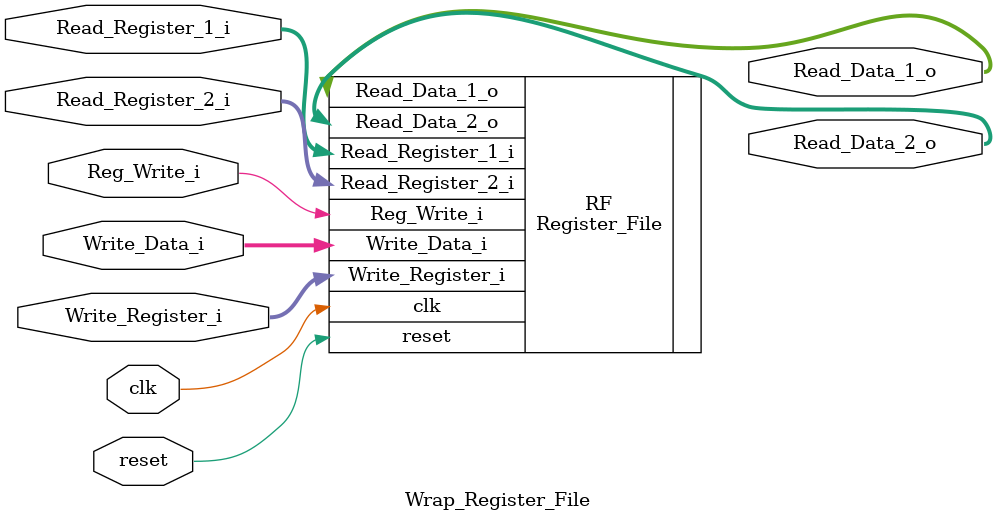
<source format=v>
module Wrap_Register_File #(parameter N = 32)(
	input 		clk,
	input 		reset,
	input 		Reg_Write_i,
	input [4:0] Write_Register_i,
	input [4:0] Read_Register_1_i,
	input [4:0] Read_Register_2_i,
	input [N-1:0] Write_Data_i,
	
	output [N-1:0] Read_Data_1_o,
	output [N-1:0] Read_Data_2_o
	);
	
	Register_File #(.N(N)) RF (.clk(clk), .reset(reset), .Reg_Write_i(Reg_Write_i), .Write_Register_i(Write_Register_i), .Read_Register_1_i(Read_Register_1_i), .Read_Register_2_i(Read_Register_2_i), .Write_Data_i(Write_Data_i), .Read_Data_1_o(Read_Data_1_o), .Read_Data_2_o(Read_Data_2_o));

endmodule
	
</source>
